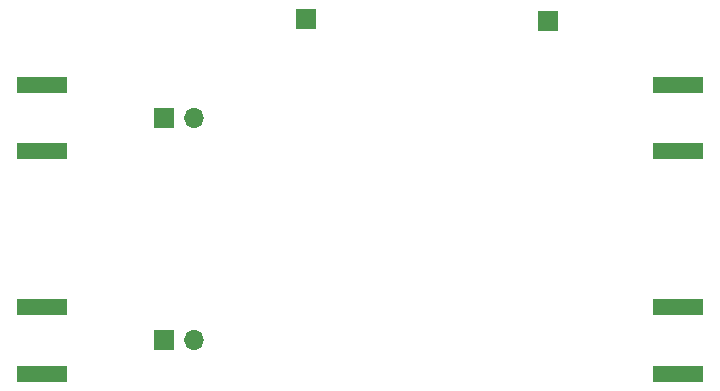
<source format=gbr>
%TF.GenerationSoftware,KiCad,Pcbnew,7.0.11-7.0.11~ubuntu22.04.1*%
%TF.CreationDate,2024-11-23T22:03:05+01:00*%
%TF.ProjectId,analog-amplifier,616e616c-6f67-42d6-916d-706c69666965,rev?*%
%TF.SameCoordinates,Original*%
%TF.FileFunction,Soldermask,Bot*%
%TF.FilePolarity,Negative*%
%FSLAX46Y46*%
G04 Gerber Fmt 4.6, Leading zero omitted, Abs format (unit mm)*
G04 Created by KiCad (PCBNEW 7.0.11-7.0.11~ubuntu22.04.1) date 2024-11-23 22:03:05*
%MOMM*%
%LPD*%
G01*
G04 APERTURE LIST*
%ADD10R,1.700000X1.700000*%
%ADD11O,1.700000X1.700000*%
%ADD12R,4.200000X1.350000*%
G04 APERTURE END LIST*
D10*
%TO.C,J6*%
X141570000Y-70770000D03*
%TD*%
%TO.C,J5*%
X121050000Y-70640000D03*
%TD*%
%TO.C,JP1*%
X109050000Y-79000000D03*
D11*
X111590000Y-79000000D03*
%TD*%
D12*
%TO.C,J1*%
X98700000Y-76175000D03*
X98700000Y-81825000D03*
%TD*%
%TO.C,J2*%
X98720000Y-95010000D03*
X98720000Y-100660000D03*
%TD*%
%TO.C,J4*%
X152567500Y-100660000D03*
X152567500Y-95010000D03*
%TD*%
%TO.C,J3*%
X152557500Y-81825000D03*
X152557500Y-76175000D03*
%TD*%
D10*
%TO.C,JP2*%
X109050000Y-97835000D03*
D11*
X111590000Y-97835000D03*
%TD*%
M02*

</source>
